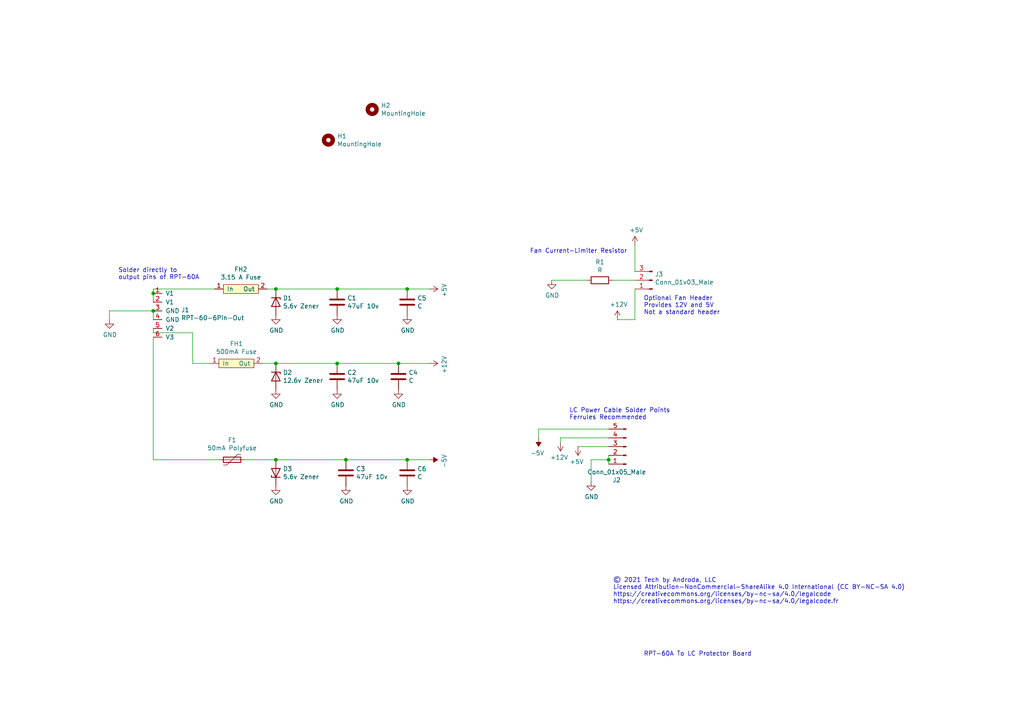
<source format=kicad_sch>
(kicad_sch (version 20211123) (generator eeschema)
  (paper "A4")
  (lib_symbols
    (symbol "Connector:Conn_01x03_Male" (pin_names (offset 1.016) hide)
      (property "Reference" "J" (at 0 5.08 0))
      (property "Value" "Conn_01x03_Male" (at 0 -5.08 0))
      (symbol "Conn_01x03_Male_1_1"
        (polyline (pts (xy 1.27 -2.54) (xy 0.8636 -2.54)) (stroke (width 0.1524)))
        (polyline (pts (xy 1.27 0) (xy 0.8636 0)) (stroke (width 0.1524)))
        (polyline (pts (xy 1.27 2.54) (xy 0.8636 2.54)) (stroke (width 0.1524)))
        (rectangle (start 0.8636 -2.413) (end 0 -2.667) (stroke (width 0.1524)) (fill (type outline)))
        (rectangle (start 0.8636 0.127) (end 0 -0.127) (stroke (width 0.1524)) (fill (type outline)))
        (rectangle (start 0.8636 2.667) (end 0 2.413) (stroke (width 0.1524)) (fill (type outline)))
        (pin passive line (at 5.08 2.54 180) (length 3.81) (name "Pin_1") (number "1"))
        (pin passive line (at 5.08 0 180) (length 3.81) (name "Pin_2") (number "2"))
        (pin passive line (at 5.08 -2.54 180) (length 3.81) (name "Pin_3") (number "3"))
      )
    )
    (symbol "Connector:Conn_01x05_Male" (pin_names (offset 1.016) hide)
      (property "Reference" "J" (at 0 7.62 0))
      (property "Value" "Conn_01x05_Male" (at 0 -7.62 0))
      (symbol "Conn_01x05_Male_1_1"
        (polyline (pts (xy 1.27 -5.08) (xy 0.8636 -5.08)) (stroke (width 0.1524)))
        (polyline (pts (xy 1.27 -2.54) (xy 0.8636 -2.54)) (stroke (width 0.1524)))
        (polyline (pts (xy 1.27 0) (xy 0.8636 0)) (stroke (width 0.1524)))
        (polyline (pts (xy 1.27 2.54) (xy 0.8636 2.54)) (stroke (width 0.1524)))
        (polyline (pts (xy 1.27 5.08) (xy 0.8636 5.08)) (stroke (width 0.1524)))
        (rectangle (start 0.8636 -4.953) (end 0 -5.207) (stroke (width 0.1524)) (fill (type outline)))
        (rectangle (start 0.8636 -2.413) (end 0 -2.667) (stroke (width 0.1524)) (fill (type outline)))
        (rectangle (start 0.8636 0.127) (end 0 -0.127) (stroke (width 0.1524)) (fill (type outline)))
        (rectangle (start 0.8636 2.667) (end 0 2.413) (stroke (width 0.1524)) (fill (type outline)))
        (rectangle (start 0.8636 5.207) (end 0 4.953) (stroke (width 0.1524)) (fill (type outline)))
        (pin passive line (at 5.08 5.08 180) (length 3.81) (name "Pin_1") (number "1"))
        (pin passive line (at 5.08 2.54 180) (length 3.81) (name "Pin_2") (number "2"))
        (pin passive line (at 5.08 0 180) (length 3.81) (name "Pin_3") (number "3"))
        (pin passive line (at 5.08 -2.54 180) (length 3.81) (name "Pin_4") (number "4"))
        (pin passive line (at 5.08 -5.08 180) (length 3.81) (name "Pin_5") (number "5"))
      )
    )
    (symbol "Device:C" (pin_numbers hide) (pin_names (offset 0.254))
      (property "Reference" "C" (at 0.635 2.54 0))
      (property "Value" "C" (at 0.635 -2.54 0))
      (symbol "C_0_1"
        (polyline (pts (xy -2.032 -0.762) (xy 2.032 -0.762)) (stroke (width 0.508)))
        (polyline (pts (xy -2.032 0.762) (xy 2.032 0.762)) (stroke (width 0.508)))
      )
      (symbol "C_1_1"
        (pin passive line (at 0 3.81 270) (length 2.794) (name "~") (number "1"))
        (pin passive line (at 0 -3.81 90) (length 2.794) (name "~") (number "2"))
      )
    )
    (symbol "Device:D_Zener" (pin_numbers hide) (pin_names (offset 1.016) hide)
      (property "Reference" "D" (at 0 2.54 0))
      (property "Value" "D_Zener" (at 0 -2.54 0))
      (symbol "D_Zener_0_1"
        (polyline (pts (xy 1.27 0) (xy -1.27 0)))
        (polyline (pts (xy -1.27 -1.27) (xy -1.27 1.27) (xy -0.762 1.27)) (stroke (width 0.254)))
        (polyline (pts (xy 1.27 -1.27) (xy 1.27 1.27) (xy -1.27 0) (xy 1.27 -1.27)) (stroke (width 0.254)))
      )
      (symbol "D_Zener_1_1"
        (pin passive line (at -3.81 0 0) (length 2.54) (name "K") (number "1"))
        (pin passive line (at 3.81 0 180) (length 2.54) (name "A") (number "2"))
      )
    )
    (symbol "Device:Polyfuse" (pin_numbers hide) (pin_names (offset 0))
      (property "Reference" "F" (at -2.54 0 90))
      (property "Value" "Polyfuse" (at 2.54 0 90))
      (symbol "Polyfuse_0_1"
        (rectangle (start -0.762 2.54) (end 0.762 -2.54) (stroke (width 0.254)))
        (polyline (pts (xy 0 2.54) (xy 0 -2.54)))
        (polyline (pts (xy -1.524 2.54) (xy -1.524 1.524) (xy 1.524 -1.524) (xy 1.524 -2.54)))
      )
      (symbol "Polyfuse_1_1"
        (pin passive line (at 0 3.81 270) (length 1.27) (name "~") (number "1"))
        (pin passive line (at 0 -3.81 90) (length 1.27) (name "~") (number "2"))
      )
    )
    (symbol "Device:R" (pin_numbers hide) (pin_names (offset 0))
      (property "Reference" "R" (at 2.032 0 90))
      (property "Value" "R" (at 0 0 90))
      (symbol "R_0_1"
        (rectangle (start -1.016 -2.54) (end 1.016 2.54) (stroke (width 0.254)))
      )
      (symbol "R_1_1"
        (pin passive line (at 0 3.81 270) (length 1.27) (name "~") (number "1"))
        (pin passive line (at 0 -3.81 90) (length 1.27) (name "~") (number "2"))
      )
    )
    (symbol "Mechanical:MountingHole" (pin_names (offset 1.016))
      (property "Reference" "H" (at 0 5.08 0))
      (property "Value" "MountingHole" (at 0 3.175 0))
      (symbol "MountingHole_0_1"
        (circle (center 0 0) (radius 1.27) (stroke (width 1.27)))
      )
    )
    (symbol "custom_symbols:FuseHolders_FC-202-24" (pin_names (offset 1.016))
      (property "Reference" "FH" (at 0 0 0))
      (property "Value" "custom_symbols_FuseHolders_FC-202-24" (at 0 3.81 0))
      (symbol "FuseHolders_FC-202-24_0_1"
        (rectangle (start -5.08 -3.81) (end 5.08 -6.35) (fill (type background)))
      )
      (symbol "FuseHolders_FC-202-24_1_1"
        (pin power_in line (at -7.62 -5.08 0) (length 2.54) (name "In") (number "1"))
        (pin power_out line (at 7.62 -5.08 180) (length 2.54) (name "Out") (number "2"))
      )
    )
    (symbol "custom_symbols:RPT-60-6Pin-Out" (pin_names (offset 1.016))
      (property "Reference" "J" (at 0 0 0))
      (property "Value" "custom_symbols_RPT-60-6Pin-Out" (at 0 2.54 0))
      (symbol "RPT-60-6Pin-Out_1_1"
        (pin power_in line (at 0 -2.54 0) (length 2.54) (name "V1") (number "1"))
        (pin power_in line (at 0 -5.08 0) (length 2.54) (name "V1") (number "2"))
        (pin power_in line (at 0 -7.62 0) (length 2.54) (name "GND") (number "3"))
        (pin power_in line (at 0 -10.16 0) (length 2.54) (name "GND") (number "4"))
        (pin power_in line (at 0 -12.7 0) (length 2.54) (name "V2") (number "5"))
        (pin power_in line (at 0 -15.24 0) (length 2.54) (name "V3") (number "6"))
      )
    )
    (symbol "power:+12V" (power) (pin_names (offset 0))
      (property "Value" "+12V" (at 0 3.556 0))
      (symbol "+12V_0_1"
        (polyline (pts (xy -0.762 1.27) (xy 0 2.54)))
        (polyline (pts (xy 0 0) (xy 0 2.54)))
        (polyline (pts (xy 0 2.54) (xy 0.762 1.27)))
      )
      (symbol "+12V_1_1"
        (pin power_in line (at 0 0 90) (length 0) hide (name "+12V") (number "1"))
      )
    )
    (symbol "power:+5V" (power) (pin_names (offset 0))
      (property "Value" "+5V" (at 0 3.556 0))
      (symbol "+5V_0_1"
        (polyline (pts (xy -0.762 1.27) (xy 0 2.54)))
        (polyline (pts (xy 0 0) (xy 0 2.54)))
        (polyline (pts (xy 0 2.54) (xy 0.762 1.27)))
      )
      (symbol "+5V_1_1"
        (pin power_in line (at 0 0 90) (length 0) hide (name "+5V") (number "1"))
      )
    )
    (symbol "power:-5V" (power) (pin_names (offset 0))
      (property "Value" "-5V" (at 0 3.81 0))
      (symbol "-5V_0_0"
        (pin power_in line (at 0 0 90) (length 0) hide (name "-5V") (number "1"))
      )
      (symbol "-5V_0_1"
        (polyline (pts (xy 0 0) (xy 0 1.27) (xy 0.762 1.27) (xy 0 2.54) (xy -0.762 1.27) (xy 0 1.27)) (fill (type outline)))
      )
    )
    (symbol "power:GND" (power) (pin_names (offset 0))
      (property "Value" "GND" (at 0 -3.81 0))
      (symbol "GND_0_1"
        (polyline (pts (xy 0 0) (xy 0 -1.27) (xy 1.27 -1.27) (xy 0 -2.54) (xy -1.27 -1.27) (xy 0 -1.27)))
      )
      (symbol "GND_1_1"
        (pin power_in line (at 0 0 270) (length 0) hide (name "GND") (number "1"))
      )
    )
  )
  (junction (at 97.79 105.41))
  (junction (at 80.01 133.35))
  (junction (at 115.57 105.41))
  (junction (at 44.45 90.17))
  (junction (at 80.01 105.41))
  (junction (at 118.11 133.35))
  (junction (at 44.45 85.09))
  (junction (at 176.53 133.35))
  (junction (at 80.01 83.82))
  (junction (at 100.33 133.35))
  (junction (at 97.79 83.82))
  (junction (at 118.11 83.82))
  (wire (pts (xy 44.45 92.71) (xy 44.45 90.17)))
  (wire (pts (xy 184.15 83.82) (xy 184.15 92.71)))
  (wire (pts (xy 97.79 105.41) (xy 115.57 105.41)))
  (wire (pts (xy 97.79 83.82) (xy 118.11 83.82)))
  (wire (pts (xy 55.88 96.52) (xy 55.88 105.41)))
  (wire (pts (xy 76.2 105.41) (xy 80.01 105.41)))
  (wire (pts (xy 80.01 133.35) (xy 100.33 133.35)))
  (wire (pts (xy 176.53 124.46) (xy 156.21 124.46)))
  (wire (pts (xy 44.45 90.17) (xy 31.75 90.17)))
  (wire (pts (xy 44.45 96.52) (xy 55.88 96.52)))
  (wire (pts (xy 44.45 85.09) (xy 44.45 87.63)))
  (wire (pts (xy 60.96 105.41) (xy 55.88 105.41)))
  (wire (pts (xy 176.53 129.54) (xy 167.64 129.54)))
  (wire (pts (xy 171.45 133.35) (xy 171.45 139.7)))
  (wire (pts (xy 176.53 133.35) (xy 171.45 133.35)))
  (wire (pts (xy 62.23 83.82) (xy 44.45 83.82)))
  (wire (pts (xy 156.21 127) (xy 156.21 124.46)))
  (wire (pts (xy 118.11 83.82) (xy 124.46 83.82)))
  (wire (pts (xy 44.45 95.25) (xy 44.45 96.52)))
  (wire (pts (xy 80.01 105.41) (xy 97.79 105.41)))
  (wire (pts (xy 176.53 133.35) (xy 176.53 134.62)))
  (wire (pts (xy 160.02 81.28) (xy 170.18 81.28)))
  (wire (pts (xy 115.57 105.41) (xy 124.46 105.41)))
  (wire (pts (xy 63.5 133.35) (xy 44.45 133.35)))
  (wire (pts (xy 184.15 78.74) (xy 184.15 71.12)))
  (wire (pts (xy 184.15 81.28) (xy 177.8 81.28)))
  (wire (pts (xy 118.11 133.35) (xy 100.33 133.35)))
  (wire (pts (xy 176.53 127) (xy 162.56 127)))
  (wire (pts (xy 44.45 97.79) (xy 44.45 133.35)))
  (wire (pts (xy 80.01 83.82) (xy 77.47 83.82)))
  (wire (pts (xy 44.45 83.82) (xy 44.45 85.09)))
  (wire (pts (xy 124.46 133.35) (xy 118.11 133.35)))
  (wire (pts (xy 97.79 83.82) (xy 80.01 83.82)))
  (wire (pts (xy 71.12 133.35) (xy 80.01 133.35)))
  (wire (pts (xy 176.53 132.08) (xy 176.53 133.35)))
  (wire (pts (xy 31.75 90.17) (xy 31.75 92.71)))
  (wire (pts (xy 184.15 92.71) (xy 179.07 92.71)))
  (wire (pts (xy 162.56 127) (xy 162.56 128.27)))
  (text "Optional Fan Header\nProvides 12V and 5V\nNot a standard header" (at 186.69 91.44 0) (effects (font (size 1.27 1.27)) (justify left bottom)))
  (text "Fan Current-Limiter Resistor" (at 153.67 73.66 0) (effects (font (size 1.27 1.27)) (justify left bottom)))
  (text "LC Power Cable Solder Points\nFerrules Recommended" (at 165.1 121.92 0) (effects (font (size 1.27 1.27)) (justify left bottom)))
  (text "© 2021 Tech by Androda, LLC\nLicensed Attribution-NonCommercial-ShareAlike 4.0 International (CC BY-NC-SA 4.0)\nhttps://creativecommons.org/licenses/by-nc-sa/4.0/legalcode\nhttps://creativecommons.org/licenses/by-nc-sa/4.0/legalcode.fr" (at 177.8 175.26 0) (effects (font (size 1.27 1.27)) (justify left bottom)))
  (text "Solder directly to\noutput pins of RPT-60A" (at 34.29 81.28 0) (effects (font (size 1.27 1.27)) (justify left bottom)))
  (text "RPT-60A To LC Protector Board" (at 186.69 190.5 0) (effects (font (size 1.27 1.27)) (justify left bottom)))
  (symbol (lib_id "power:+5V") (at 184.15 71.12 0) (unit 1)
    (property "Reference" "#PWR020" (effects hide))
    (property "Value" "+5V" (at 184.531 66.7258 0))
  )
  (symbol (lib_id "power:GND") (at 160.02 81.28 0) (unit 1)
    (property "Reference" "#PWR015" (effects hide))
    (property "Value" "GND" (at 160.147 85.6742 0))
  )
  (symbol (lib_id "Device:R") (at 173.99 81.28 270) (unit 1)
    (property "Reference" "R1" (at 173.99 76.0222 90))
    (property "Value" "R" (at 173.99 78.3336 90))
    (property "Footprint" "Resistor_THT:R_Axial_DIN0207_L6.3mm_D2.5mm_P7.62mm_Horizontal" (effects hide))
  )
  (symbol (lib_id "power:+12V") (at 179.07 92.71 0) (unit 1)
    (property "Reference" "#PWR019" (effects hide))
    (property "Value" "+12V" (at 179.451 88.3158 0))
  )
  (symbol (lib_id "Mechanical:MountingHole") (at 107.95 31.75 0) (unit 1)
    (property "Reference" "H2" (at 110.49 30.5816 0) (effects (justify left)))
    (property "Value" "MountingHole" (at 110.49 32.893 0) (effects (justify left)))
    (property "Footprint" "MountingHole:MountingHole_3.2mm_M3" (effects hide))
  )
  (symbol (lib_id "Connector:Conn_01x05_Male") (at 181.61 129.54 180) (unit 1)
    (property "Reference" "J2" (at 178.8668 139.2174 0))
    (property "Value" "Conn_01x05_Male" (at 178.8668 136.906 0))
    (property "Footprint" "CustomFootprints:LC_MACAA_Pads" (effects hide))
  )
  (symbol (lib_id "power:GND") (at 171.45 139.7 0) (unit 1)
    (property "Reference" "#PWR018" (effects hide))
    (property "Value" "GND" (at 171.577 144.0942 0))
  )
  (symbol (lib_id "power:+5V") (at 167.64 129.54 180) (unit 1)
    (property "Reference" "#PWR017" (effects hide))
    (property "Value" "+5V" (at 167.259 133.9342 0))
  )
  (symbol (lib_id "power:+12V") (at 162.56 128.27 180) (unit 1)
    (property "Reference" "#PWR016" (effects hide))
    (property "Value" "+12V" (at 162.179 132.6642 0))
  )
  (symbol (lib_id "power:-5V") (at 156.21 127 180) (unit 1)
    (property "Reference" "#PWR014" (effects hide))
    (property "Value" "-5V" (at 155.829 131.3942 0))
  )
  (symbol (lib_id "power:+5V") (at 124.46 83.82 270) (unit 1)
    (property "Reference" "#PWR011" (effects hide))
    (property "Value" "+5V" (at 128.8542 84.201 0))
  )
  (symbol (lib_id "power:+12V") (at 124.46 105.41 270) (unit 1)
    (property "Reference" "#PWR012" (effects hide))
    (property "Value" "+12V" (at 128.8542 105.791 0))
  )
  (symbol (lib_id "power:-5V") (at 124.46 133.35 270) (unit 1)
    (property "Reference" "#PWR013" (effects hide))
    (property "Value" "-5V" (at 128.8542 133.731 0))
  )
  (symbol (lib_id "Device:D_Zener") (at 80.01 109.22 270) (unit 1)
    (property "Reference" "D2" (at 82.042 108.0516 90) (effects (justify left)))
    (property "Value" "12.6v Zener" (at 82.042 110.363 90) (effects (justify left)))
    (property "Footprint" "CustomFootprints:DO-220AA" (effects hide))
  )
  (symbol (lib_id "power:GND") (at 80.01 113.03 0) (unit 1)
    (property "Reference" "#PWR03" (effects hide))
    (property "Value" "GND" (at 80.137 117.4242 0))
  )
  (symbol (lib_id "Device:D_Zener") (at 80.01 137.16 90) (unit 1)
    (property "Reference" "D3" (at 82.042 135.9916 90) (effects (justify right)))
    (property "Value" "5.6v Zener" (at 82.042 138.303 90) (effects (justify right)))
    (property "Footprint" "CustomFootprints:DO-220AA" (effects hide))
  )
  (symbol (lib_id "power:GND") (at 80.01 140.97 0) (unit 1)
    (property "Reference" "#PWR04" (effects hide))
    (property "Value" "GND" (at 80.137 145.3642 0))
  )
  (symbol (lib_id "Device:D_Zener") (at 80.01 87.63 270) (unit 1)
    (property "Reference" "D1" (at 82.042 86.4616 90) (effects (justify left)))
    (property "Value" "5.6v Zener" (at 82.042 88.773 90) (effects (justify left)))
    (property "Footprint" "CustomFootprints:DO-220AA" (effects hide))
  )
  (symbol (lib_id "power:GND") (at 80.01 91.44 0) (unit 1)
    (property "Reference" "#PWR02" (effects hide))
    (property "Value" "GND" (at 80.137 95.8342 0))
  )
  (symbol (lib_id "Mechanical:MountingHole") (at 95.25 40.64 0) (unit 1)
    (property "Reference" "H1" (at 97.79 39.4716 0) (effects (justify left)))
    (property "Value" "MountingHole" (at 97.79 41.783 0) (effects (justify left)))
    (property "Footprint" "MountingHole:MountingHole_3.2mm_M3" (effects hide))
  )
  (symbol (lib_id "power:GND") (at 31.75 92.71 0) (unit 1)
    (property "Reference" "#PWR01" (effects hide))
    (property "Value" "GND" (at 31.877 97.1042 0))
  )
  (symbol (lib_id "Device:C") (at 97.79 87.63 0) (unit 1)
    (property "Reference" "C1" (at 100.711 86.4616 0) (effects (justify left)))
    (property "Value" "47uF 10v" (at 100.711 88.773 0) (effects (justify left)))
    (property "Footprint" "Capacitor_SMD:C_1210_3225Metric_Pad1.42x2.65mm_HandSolder" (effects hide))
  )
  (symbol (lib_id "power:GND") (at 97.79 91.44 0) (unit 1)
    (property "Reference" "#PWR05" (effects hide))
    (property "Value" "GND" (at 97.917 95.8342 0))
  )
  (symbol (lib_id "Device:C") (at 97.79 109.22 0) (unit 1)
    (property "Reference" "C2" (at 100.711 108.0516 0) (effects (justify left)))
    (property "Value" "47uF 10v" (at 100.711 110.363 0) (effects (justify left)))
    (property "Footprint" "Capacitor_SMD:C_1210_3225Metric_Pad1.42x2.65mm_HandSolder" (effects hide))
  )
  (symbol (lib_id "power:GND") (at 97.79 113.03 0) (unit 1)
    (property "Reference" "#PWR06" (effects hide))
    (property "Value" "GND" (at 97.917 117.4242 0))
  )
  (symbol (lib_id "Device:C") (at 100.33 137.16 0) (unit 1)
    (property "Reference" "C3" (at 103.251 135.9916 0) (effects (justify left)))
    (property "Value" "47uF 10v" (at 103.251 138.303 0) (effects (justify left)))
    (property "Footprint" "Capacitor_SMD:C_1210_3225Metric_Pad1.42x2.65mm_HandSolder" (effects hide))
  )
  (symbol (lib_id "power:GND") (at 100.33 140.97 0) (unit 1)
    (property "Reference" "#PWR07" (effects hide))
    (property "Value" "GND" (at 100.457 145.3642 0))
  )
  (symbol (lib_id "Device:C") (at 115.57 109.22 0) (unit 1)
    (property "Reference" "C4" (at 118.491 108.0516 0) (effects (justify left)))
    (property "Value" "C" (at 118.491 110.363 0) (effects (justify left)))
    (property "Footprint" "Capacitor_SMD:C_0805_2012Metric_Pad1.15x1.40mm_HandSolder" (effects hide))
  )
  (symbol (lib_id "power:GND") (at 115.57 113.03 0) (unit 1)
    (property "Reference" "#PWR08" (effects hide))
    (property "Value" "GND" (at 115.697 117.4242 0))
  )
  (symbol (lib_id "Device:C") (at 118.11 87.63 0) (unit 1)
    (property "Reference" "C5" (at 121.031 86.4616 0) (effects (justify left)))
    (property "Value" "C" (at 121.031 88.773 0) (effects (justify left)))
    (property "Footprint" "Capacitor_SMD:C_0805_2012Metric_Pad1.15x1.40mm_HandSolder" (effects hide))
  )
  (symbol (lib_id "power:GND") (at 118.11 91.44 0) (unit 1)
    (property "Reference" "#PWR09" (effects hide))
    (property "Value" "GND" (at 118.237 95.8342 0))
  )
  (symbol (lib_id "Device:C") (at 118.11 137.16 0) (unit 1)
    (property "Reference" "C6" (at 121.031 135.9916 0) (effects (justify left)))
    (property "Value" "C" (at 121.031 138.303 0) (effects (justify left)))
    (property "Footprint" "Capacitor_SMD:C_0805_2012Metric_Pad1.15x1.40mm_HandSolder" (effects hide))
  )
  (symbol (lib_id "power:GND") (at 118.11 140.97 0) (unit 1)
    (property "Reference" "#PWR010" (effects hide))
    (property "Value" "GND" (at 118.237 145.3642 0))
  )
  (symbol (lib_id "custom_symbols:RPT-60-6Pin-Out") (at 44.45 82.55 0) (unit 1)
    (property "Reference" "J1" (at 52.5272 89.8906 0) (effects (justify left)))
    (property "Value" "RPT-60-6Pin-Out" (at 52.5272 92.202 0) (effects (justify left)))
    (property "Footprint" "CustomFootprints:RPT-60-6Pin-Out" (effects hide))
  )
  (symbol (lib_id "Connector:Conn_01x03_Male") (at 189.23 81.28 180) (unit 1)
    (property "Reference" "J3" (at 189.9412 79.5528 0) (effects (justify right)))
    (property "Value" "Conn_01x03_Male" (at 189.9412 81.8642 0) (effects (justify right)))
    (property "Footprint" "Connector_PinHeader_2.54mm:PinHeader_1x03_P2.54mm_Vertical" (effects hide))
  )
  (symbol (lib_id "Device:Polyfuse") (at 67.31 133.35 270) (unit 1)
    (property "Reference" "F1" (at 67.31 127.635 90))
    (property "Value" "50mA Polyfuse" (at 67.31 129.9464 90))
    (property "Footprint" "Fuse:Fuse_BelFuse_0ZRE0005FF_L8.3mm_W3.8mm" (effects hide))
  )
  (symbol (lib_id "custom_symbols:FuseHolders_FC-202-24") (at 68.58 100.33 0) (unit 1)
    (property "Reference" "FH1" (at 68.58 99.695 0))
    (property "Value" "500mA Fuse" (at 68.58 102.0064 0))
    (property "Footprint" "CustomFootprints:FuseHolders_FC-202-24" (effects hide))
  )
  (symbol (lib_id "custom_symbols:FuseHolders_FC-202-24") (at 69.85 78.74 0) (unit 1)
    (property "Reference" "FH2" (at 69.85 78.105 0))
    (property "Value" "3.15 A Fuse" (at 69.85 80.4164 0))
    (property "Footprint" "CustomFootprints:FuseHolders_FC-202-24" (effects hide))
  )
)
</source>
